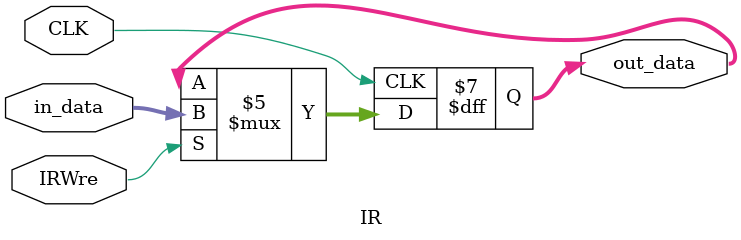
<source format=v>
`timescale 1ns / 1ps


module IR(
    input CLK,
    input IRWre,
    input [31:0] in_data,
    output reg [31:0] out_data
    );
    
    initial out_data = 0;

    always@(posedge CLK) begin
        if(IRWre == 1) begin
            out_data = in_data;
        end
    end
endmodule

</source>
